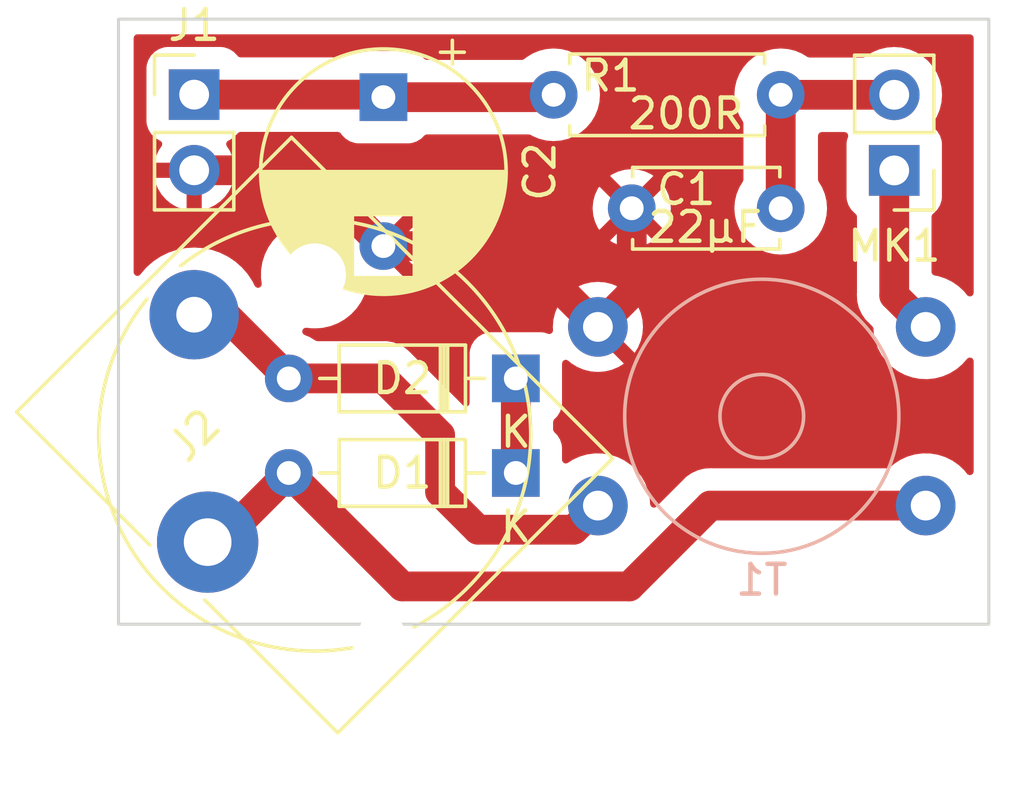
<source format=kicad_pcb>
(kicad_pcb (version 20211014) (generator pcbnew)
  (layers (0 "F.Cu" signal) (31 "B.Cu" signal) (34 "B.Paste" user) (35 "F.Paste" user) (36 "B.SilkS" user "B.Silkscreen") (37 "F.SilkS" user "F.Silkscreen") (38 "B.Mask" user) (39 "F.Mask" user) (44 "Edge.Cuts" user))
  (net 0 "")
  (net 1 "Net-(C1-Pad1)")
  (net 2 "GND")
  (net 3 "Net-(D1-Pad1)")
  (net 4 "Net-(D1-Pad2)")
  (net 5 "Net-(D2-Pad2)")
  (net 6 "Net-(MK1-Pad1)")
  (net 7 "+12V")
  (footprint "Connector_Audio:Jack_6.35mm_Neutrik_NJ2FD-V_Vertical" (layer "F.Cu") (at 42.545 48.025349 45)
    (fp_text reference "J2" (at -2.86 2.86 225) (layer "F.SilkS"))
    (fp_text value "AudioJack2_Ground")
    (fp_line (start -6.52 -1.9) (end -6.52 4.42) (layer "F.SilkS") (width 0.12))
    (fp_line (start 6.52 -1.9) (end 6.52 13.34) (layer "F.SilkS") (width 0.12))
    (fp_line (start -6.52 13.34) (end 6.52 13.34) (layer "F.SilkS") (width 0.12))
    (fp_line (start -6.52 7.02) (end -6.52 13.34) (layer "F.SilkS") (width 0.12))
    (fp_line (start -6.52 -1.9) (end 6.52 -1.9) (layer "F.SilkS") (width 0.12))
    (fp_arc (start 0.84109 -1.482824) (mid 7.089049 7.247578) (end -2.2 12.63) (layer "F.SilkS") (width 0.12))
    (fp_arc (start -4.164153 11.6535) (mid -7.016062 3.897509) (end -0.75 -1.49) (layer "F.SilkS") (width 0.12))
    (pad "" np_thru_hole circle (at -3.18 12.07 225) (size 1.6 1.6) (drill 1.6) (layers *.Cu *.Mask))
    (pad "" np_thru_hole circle (at 3.81 1.91 225) (size 2.1 2.1) (drill 2.1) (layers *.Cu *.Mask))
    (pad "S" thru_hole circle (at -5.08 5.72 225) (size 3.4 3.4) (drill 1.6) (layers *.Cu *.Mask) (net 4 "Net-(D1-Pad2)"))
    (pad "T" thru_hole circle (at 0 0 225) (size 3 3) (drill 1.2) (layers *.Cu *.Mask) (net 5 "Net-(D2-Pad2)"))
  )
  (footprint "Resistor_THT:R_Axial_DIN0207_L6.3mm_D2.5mm_P7.62mm_Horizontal" (layer "F.Cu") (at 62.23 40.64 180)
    (fp_text reference "R1" (at 5.715 0.635) (layer "F.SilkS"))
    (fp_text value "200R" (at 3.175 -0.635 180) (layer "F.SilkS"))
    (fp_line (start 0.54 1.37) (end 7.08 1.37) (layer "F.SilkS") (width 0.12))
    (fp_line (start 0.54 -1.37) (end 7.08 -1.37) (layer "F.SilkS") (width 0.12))
    (fp_line (start 0.54 -1.04) (end 0.54 -1.37) (layer "F.SilkS") (width 0.12))
    (fp_line (start 7.08 -1.37) (end 7.08 -1.04) (layer "F.SilkS") (width 0.12))
    (fp_line (start 0.54 1.04) (end 0.54 1.37) (layer "F.SilkS") (width 0.12))
    (fp_line (start 7.08 1.37) (end 7.08 1.04) (layer "F.SilkS") (width 0.12))
    (pad "1" thru_hole circle (at 0 0 180) (size 1.6 1.6) (drill 0.8) (layers *.Cu *.Mask) (net 1 "Net-(C1-Pad1)"))
    (pad "2" thru_hole oval (at 7.62 0 180) (size 1.6 1.6) (drill 0.8) (layers *.Cu *.Mask) (net 7 "+12V"))
  )
  (footprint "Connector_PinHeader_2.54mm:PinHeader_1x02_P2.54mm_Vertical" (layer "F.Cu") (at 42.545 40.635)
    (fp_text reference "J1" (at 0 -2.33) (layer "F.SilkS"))
    (fp_text value "Barrel_Jack")
    (fp_line (start -1.33 0) (end -1.33 -1.33) (layer "F.SilkS") (width 0.12))
    (fp_line (start -1.33 1.27) (end 1.33 1.27) (layer "F.SilkS") (width 0.12))
    (fp_line (start -1.33 1.27) (end -1.33 3.87) (layer "F.SilkS") (width 0.12))
    (fp_line (start 1.33 1.27) (end 1.33 3.87) (layer "F.SilkS") (width 0.12))
    (fp_line (start -1.33 -1.33) (end 0 -1.33) (layer "F.SilkS") (width 0.12))
    (fp_line (start -1.33 3.87) (end 1.33 3.87) (layer "F.SilkS") (width 0.12))
    (pad "1" thru_hole rect (at 0 0) (size 1.7 1.7) (drill 1) (layers *.Cu *.Mask) (net 7 "+12V"))
    (pad "2" thru_hole oval (at 0 2.54) (size 1.7 1.7) (drill 1) (layers *.Cu *.Mask) (net 2 "GND"))
  )
  (footprint "Diode_THT:D_DO-35_SOD27_P7.62mm_Horizontal" (layer "F.Cu") (at 53.34 53.34 180)
    (fp_text reference "D1" (at 3.81 0) (layer "F.SilkS"))
    (fp_text value "D_Zener")
    (fp_text user "K" (at 0 -1.8) (layer "F.SilkS"))
    (fp_line (start 5.93 1.12) (end 5.93 -1.12) (layer "F.SilkS") (width 0.12))
    (fp_line (start 2.53 -1.12) (end 2.53 1.12) (layer "F.SilkS") (width 0.12))
    (fp_line (start 1.69 1.12) (end 5.93 1.12) (layer "F.SilkS") (width 0.12))
    (fp_line (start 2.29 -1.12) (end 2.29 1.12) (layer "F.SilkS") (width 0.12))
    (fp_line (start 1.69 -1.12) (end 1.69 1.12) (layer "F.SilkS") (width 0.12))
    (fp_line (start 2.41 -1.12) (end 2.41 1.12) (layer "F.SilkS") (width 0.12))
    (fp_line (start 6.58 0) (end 5.93 0) (layer "F.SilkS") (width 0.12))
    (fp_line (start 1.04 0) (end 1.69 0) (layer "F.SilkS") (width 0.12))
    (fp_line (start 5.93 -1.12) (end 1.69 -1.12) (layer "F.SilkS") (width 0.12))
    (pad "1" thru_hole rect (at 0 0 180) (size 1.6 1.6) (drill 0.8) (layers *.Cu *.Mask) (net 3 "Net-(D1-Pad1)"))
    (pad "2" thru_hole oval (at 7.62 0 180) (size 1.6 1.6) (drill 0.8) (layers *.Cu *.Mask) (net 4 "Net-(D1-Pad2)"))
  )
  (footprint "Connector_PinHeader_2.54mm:PinHeader_1x02_P2.54mm_Vertical" (layer "F.Cu") (at 66.04 43.18 180)
    (fp_text reference "MK1" (at 0 -2.54) (layer "F.SilkS"))
    (fp_text value "Microphone")
    (fp_line (start -1.33 1.27) (end 1.33 1.27) (layer "F.SilkS") (width 0.12))
    (fp_line (start -1.33 -1.33) (end 0 -1.33) (layer "F.SilkS") (width 0.12))
    (fp_line (start -1.33 1.27) (end -1.33 3.87) (layer "F.SilkS") (width 0.12))
    (fp_line (start -1.33 0) (end -1.33 -1.33) (layer "F.SilkS") (width 0.12))
    (fp_line (start 1.33 1.27) (end 1.33 3.87) (layer "F.SilkS") (width 0.12))
    (fp_line (start -1.33 3.87) (end 1.33 3.87) (layer "F.SilkS") (width 0.12))
    (pad "1" thru_hole rect (at 0 0 180) (size 1.7 1.7) (drill 1) (layers *.Cu *.Mask) (net 6 "Net-(MK1-Pad1)"))
    (pad "2" thru_hole oval (at 0 2.54 180) (size 1.7 1.7) (drill 1) (layers *.Cu *.Mask) (net 1 "Net-(C1-Pad1)"))
  )
  (footprint "Diode_THT:D_DO-35_SOD27_P7.62mm_Horizontal" (layer "F.Cu") (at 53.34 50.165 180)
    (fp_text reference "D2" (at 3.81 0) (layer "F.SilkS"))
    (fp_text value "D_Zener")
    (fp_text user "K" (at 0 -1.8) (layer "F.SilkS"))
    (fp_line (start 2.53 -1.12) (end 2.53 1.12) (layer "F.SilkS") (width 0.12))
    (fp_line (start 1.69 1.12) (end 5.93 1.12) (layer "F.SilkS") (width 0.12))
    (fp_line (start 5.93 -1.12) (end 1.69 -1.12) (layer "F.SilkS") (width 0.12))
    (fp_line (start 1.04 0) (end 1.69 0) (layer "F.SilkS") (width 0.12))
    (fp_line (start 5.93 1.12) (end 5.93 -1.12) (layer "F.SilkS") (width 0.12))
    (fp_line (start 2.29 -1.12) (end 2.29 1.12) (layer "F.SilkS") (width 0.12))
    (fp_line (start 6.58 0) (end 5.93 0) (layer "F.SilkS") (width 0.12))
    (fp_line (start 1.69 -1.12) (end 1.69 1.12) (layer "F.SilkS") (width 0.12))
    (fp_line (start 2.41 -1.12) (end 2.41 1.12) (layer "F.SilkS") (width 0.12))
    (pad "1" thru_hole rect (at 0 0 180) (size 1.6 1.6) (drill 0.8) (layers *.Cu *.Mask) (net 3 "Net-(D1-Pad1)"))
    (pad "2" thru_hole oval (at 7.62 0 180) (size 1.6 1.6) (drill 0.8) (layers *.Cu *.Mask) (net 5 "Net-(D2-Pad2)"))
  )
  (footprint "Capacitor_THT:C_Disc_D4.7mm_W2.5mm_P5.00mm" (layer "F.Cu") (at 62.23 44.45 180)
    (fp_text reference "C1" (at 3.175 0.635) (layer "F.SilkS"))
    (fp_text value "22µF" (at 2.54 -0.635) (layer "F.SilkS"))
    (fp_line (start 0.03 1.055) (end 0.03 1.37) (layer "F.SilkS") (width 0.12))
    (fp_line (start 0.03 1.37) (end 4.97 1.37) (layer "F.SilkS") (width 0.12))
    (fp_line (start 4.97 -1.37) (end 4.97 -1.055) (layer "F.SilkS") (width 0.12))
    (fp_line (start 0.03 -1.37) (end 4.97 -1.37) (layer "F.SilkS") (width 0.12))
    (fp_line (start 4.97 1.055) (end 4.97 1.37) (layer "F.SilkS") (width 0.12))
    (fp_line (start 0.03 -1.37) (end 0.03 -1.055) (layer "F.SilkS") (width 0.12))
    (pad "1" thru_hole circle (at 0 0 180) (size 1.6 1.6) (drill 0.8) (layers *.Cu *.Mask) (net 1 "Net-(C1-Pad1)"))
    (pad "2" thru_hole circle (at 5 0 180) (size 1.6 1.6) (drill 0.8) (layers *.Cu *.Mask) (net 2 "GND"))
  )
  (footprint "Capacitor_THT:CP_Radial_D8.0mm_P5.00mm" (layer "F.Cu") (at 48.895 40.72 -90)
    (fp_text reference "C2" (at 2.5 -5.25 90) (layer "F.SilkS"))
    (fp_text value "200µF")
    (fp_line (start 3.301 -4.002) (end 3.301 4.002) (layer "F.SilkS") (width 0.12))
    (fp_line (start 5.021 -3.22) (end 5.021 -1.04) (layer "F.SilkS") (width 0.12))
    (fp_line (start 3.861 -3.85) (end 3.861 3.85) (layer "F.SilkS") (width 0.12))
    (fp_line (start 5.781 -2.454) (end 5.781 -1.04) (layer "F.SilkS") (width 0.12))
    (fp_line (start 4.981 -3.25) (end 4.981 -1.04) (layer "F.SilkS") (width 0.12))
    (fp_line (start 6.221 -1.731) (end 6.221 1.731) (layer "F.SilkS") (width 0.12))
    (fp_line (start 5.301 1.04) (end 5.301 2.983) (layer "F.SilkS") (width 0.12))
    (fp_line (start 4.381 -3.627) (end 4.381 -1.04) (layer "F.SilkS") (width 0.12))
    (fp_line (start 2.5 -4.08) (end 2.5 4.08) (layer "F.SilkS") (width 0.12))
    (fp_line (start 5.421 1.04) (end 5.421 2.867) (layer "F.SilkS") (width 0.12))
    (fp_line (start 6.581 -0.533) (end 6.581 0.533) (layer "F.SilkS") (width 0.12))
    (fp_line (start 3.941 -3.821) (end 3.941 3.821) (layer "F.SilkS") (width 0.12))
    (fp_line (start 3.621 -3.925) (end 3.621 3.925) (layer "F.SilkS") (width 0.12))
    (fp_line (start 4.661 -3.469) (end 4.661 -1.04) (layer "F.SilkS") (width 0.12))
    (fp_line (start 5.901 -2.287) (end 5.901 -1.04) (layer "F.SilkS") (width 0.12))
    (fp_line (start 5.341 1.04) (end 5.341 2.945) (layer "F.SilkS") (width 0.12))
    (fp_line (start 3.581 -3.936) (end 3.581 3.936) (layer "F.SilkS") (width 0.12))
    (fp_line (start 2.78 -4.071) (end 2.78 4.071) (layer "F.SilkS") (width 0.12))
    (fp_line (start 4.501 1.04) (end 4.501 3.562) (layer "F.SilkS") (width 0.12))
    (fp_line (start 5.501 1.04) (end 5.501 2.784) (layer "F.SilkS") (width 0.12))
    (fp_line (start 3.461 -3.967) (end 3.461 3.967) (layer "F.SilkS") (width 0.12))
    (fp_line (start 4.061 -3.774) (end 4.061 -1.04) (layer "F.SilkS") (width 0.12))
    (fp_line (start 3.18 -4.024) (end 3.18 4.024) (layer "F.SilkS") (width 0.12))
    (fp_line (start 5.061 1.04) (end 5.061 3.189) (layer "F.SilkS") (width 0.12))
    (fp_line (start 4.661 1.04) (end 4.661 3.469) (layer "F.SilkS") (width 0.12))
    (fp_line (start 4.261 -3.686) (end 4.261 -1.04) (layer "F.SilkS") (width 0.12))
    (fp_line (start 4.461 1.04) (end 4.461 3.584) (layer "F.SilkS") (width 0.12))
    (fp_line (start 3.981 -3.805) (end 3.981 -1.04) (layer "F.SilkS") (width 0.12))
    (fp_line (start 6.101 -1.964) (end 6.101 1.964) (layer "F.SilkS") (width 0.12))
    (fp_line (start 3.741 -3.889) (end 3.741 3.889) (layer "F.SilkS") (width 0.12))
    (fp_line (start 5.661 -2.604) (end 5.661 -1.04) (layer "F.SilkS") (width 0.12))
    (fp_line (start 3.661 -3.914) (end 3.661 3.914) (layer "F.SilkS") (width 0.12))
    (fp_line (start 4.341 1.04) (end 4.341 3.647) (layer "F.SilkS") (width 0.12))
    (fp_line (start 5.781 1.04) (end 5.781 2.454) (layer "F.SilkS") (width 0.12))
    (fp_line (start 3.781 -3.877) (end 3.781 3.877) (layer "F.SilkS") (width 0.12))
    (fp_line (start 5.381 1.04) (end 5.381 2.907) (layer "F.SilkS") (width 0.12))
    (fp_line (start 5.821 1.04) (end 5.821 2.4) (layer "F.SilkS") (width 0.12))
    (fp_line (start 4.901 1.04) (end 4.901 3.309) (layer "F.SilkS") (width 0.12))
    (fp_line (start 4.221 1.04) (end 4.221 3.704) (layer "F.SilkS") (width 0.12))
    (fp_line (start 4.021 1.04) (end 4.021 3.79) (layer "F.SilkS") (width 0.12))
    (fp_line (start 6.141 -1.89) (end 6.141 1.89) (layer "F.SilkS") (width 0.12))
    (fp_line (start 5.461 -2.826) (end 5.461 -1.04) (layer "F.SilkS") (width 0.12))
    (fp_line (start 5.861 1.04) (end 5.861 2.345) (layer "F.SilkS") (width 0.12))
    (fp_line (start 5.581 -2.697) (end 5.581 -1.04) (layer "F.SilkS") (width 0.12))
    (fp_line (start 5.341 -2.945) (end 5.341 -1.04) (layer "F.SilkS") (width 0.12))
    (fp_line (start 5.901 1.04) (end 5.901 2.287) (layer "F.SilkS") (width 0.12))
    (fp_line (start 5.621 1.04) (end 5.621 2.651) (layer "F.SilkS") (width 0.12))
    (fp_line (start 3.02 -4.048) (end 3.02 4.048) (layer "F.SilkS") (width 0.12))
    (fp_line (start 5.621 -2.651) (end 5.621 -1.04) (layer "F.SilkS") (width 0.12))
    (fp_line (start 3.381 -3.985) (end 3.381 3.985) (layer "F.SilkS") (width 0.12))
    (fp_line (start 6.341 -1.453) (end 6.341 1.453) (layer "F.SilkS") (width 0.12))
    (fp_line (start 5.181 -3.09) (end 5.181 -1.04) (layer "F.SilkS") (width 0.12))
    (fp_line (start 4.981 1.04) (end 4.981 3.25) (layer "F.SilkS") (width 0.12))
    (fp_line (start 5.101 1.04) (end 5.101 3.156) (layer "F.SilkS") (width 0.12))
    (fp_line (start 2.94 -4.057) (end 2.94 4.057) (layer "F.SilkS") (width 0.12))
    (fp_line (start 5.421 -2.867) (end 5.421 -1.04) (layer "F.SilkS") (width 0.12))
    (fp_line (start 3.701 -3.902) (end 3.701 3.902) (layer "F.SilkS") (width 0.12))
    (fp_line (start 4.541 -3.54) (end 4.541 -1.04) (layer "F.SilkS") (width 0.12))
    (fp_line (start 6.461 -1.098) (end 6.461 1.098) (layer "F.SilkS") (width 0.12))
    (fp_line (start -1.509698 -2.715) (end -1.509698 -1.915) (layer "F.SilkS") (width 0.12))
    (fp_line (start 3.221 -4.017) (end 3.221 4.017) (layer "F.SilkS") (width 0.12))
    (fp_line (start 4.701 -3.444) (end 4.701 -1.04) (layer "F.SilkS") (width 0.12))
    (fp_line (start 6.541 -0.768) (end 6.541 0.768) (layer "F.SilkS") (width 0.12))
    (fp_line (start 5.661 1.04) (end 5.661 2.604) (layer "F.SilkS") (width 0.12))
    (fp_line (start 4.301 1.04) (end 4.301 3.666) (layer "F.SilkS") (width 0.12))
    (fp_line (start 4.181 1.04) (end 4.181 3.722) (layer "F.SilkS") (width 0.12))
    (fp_line (start 5.981 -2.166) (end 5.981 -1.04) (layer "F.SilkS") (width 0.12))
    (fp_line (start 6.061 -2.034) (end 6.061 2.034) (layer "F.SilkS") (width 0.12))
    (fp_line (start 4.261 1.04) (end 4.261 3.686) (layer "F.SilkS") (width 0.12))
    (fp_line (start 4.701 1.04) (end 4.701 3.444) (layer "F.SilkS") (width 0.12))
    (fp_line (start 5.501 -2.784) (end 5.501 -1.04) (layer "F.SilkS") (width 0.12))
    (fp_line (start 4.461 -3.584) (end 4.461 -1.04) (layer "F.SilkS") (width 0.12))
    (fp_line (start 2.86 -4.065) (end 2.86 4.065) (layer "F.SilkS") (width 0.12))
    (fp_line (start 4.781 -3.392) (end 4.781 -1.04) (layer "F.SilkS") (width 0.12))
    (fp_line (start 6.021 -2.102) (end 6.021 -1.04) (layer "F.SilkS") (width 0.12))
    (fp_line (start 3.261 -4.01) (end 3.261 4.01) (layer "F.SilkS") (width 0.12))
    (fp_line (start 4.861 1.04) (end 4.861 3.338) (layer "F.SilkS") (width 0.12))
    (fp_line (start 3.421 -3.976) (end 3.421 3.976) (layer "F.SilkS") (width 0.12))
    (fp_line (start 5.821 -2.4) (end 5.821 -1.04) (layer "F.SilkS") (width 0.12))
    (fp_line (start 4.781 1.04) (end 4.781 3.392) (layer "F.SilkS") (width 0.12))
    (fp_line (start 5.741 1.04) (end 5.741 2.505) (layer "F.SilkS") (width 0.12))
    (fp_line (start 4.861 -3.338) (end 4.861 -1.04) (layer "F.SilkS") (width 0.12))
    (fp_line (start 5.061 -3.189) (end 5.061 -1.04) (layer "F.SilkS") (width 0.12))
    (fp_line (start 3.06 -4.042) (end 3.06 4.042) (layer "F.SilkS") (width 0.12))
    (fp_line (start 5.941 1.04) (end 5.941 2.228) (layer "F.SilkS") (width 0.12))
    (fp_line (start 4.421 -3.606) (end 4.421 -1.04) (layer "F.SilkS") (width 0.12))
    (fp_line (start 5.381 -2.907) (end 5.381 -1.04) (layer "F.SilkS") (width 0.12))
    (fp_line (start 4.501 -3.562) (end 4.501 -1.04) (layer "F.SilkS") (width 0.12))
    (fp_line (start 5.101 -3.156) (end 5.101 -1.04) (layer "F.SilkS") (width 0.12))
    (fp_line (start 6.021 1.04) (end 6.021 2.102) (layer "F.SilkS") (width 0.12))
    (fp_line (start 2.98 -4.052) (end 2.98 4.052) (layer "F.SilkS") (width 0.12))
    (fp_line (start 5.021 1.04) (end 5.021 3.22) (layer "F.SilkS") (width 0.12))
    (fp_line (start 4.221 -3.704) (end 4.221 -1.04) (layer "F.SilkS") (width 0.12))
    (fp_line (start 3.341 -3.994) (end 3.341 3.994) (layer "F.SilkS") (width 0.12))
    (fp_line (start 2.62 -4.079) (end 2.62 4.079) (layer "F.SilkS") (width 0.12))
    (fp_line (start 2.58 -4.08) (end 2.58 4.08) (layer "F.SilkS") (width 0.12))
    (fp_line (start 4.821 -3.365) (end 4.821 -1.04) (layer "F.SilkS") (width 0.12))
    (fp_line (start 4.941 1.04) (end 4.941 3.28) (layer "F.SilkS") (width 0.12))
    (fp_line (start 4.021 -3.79) (end 4.021 -1.04) (layer "F.SilkS") (width 0.12))
    (fp_line (start 5.981 1.04) (end 5.981 2.166) (layer "F.SilkS") (width 0.12))
    (fp_line (start 4.141 1.04) (end 4.141 3.74) (layer "F.SilkS") (width 0.12))
    (fp_line (start 6.181 -1.813) (end 6.181 1.813) (layer "F.SilkS") (width 0.12))
    (fp_line (start 5.221 -3.055) (end 5.221 -1.04) (layer "F.SilkS") (width 0.12))
    (fp_line (start 2.7 -4.076) (end 2.7 4.076) (layer "F.SilkS") (width 0.12))
    (fp_line (start 4.621 1.04) (end 4.621 3.493) (layer "F.SilkS") (width 0.12))
    (fp_line (start 5.141 1.04) (end 5.141 3.124) (layer "F.SilkS") (width 0.12))
    (fp_line (start 5.701 1.04) (end 5.701 2.556) (layer "F.SilkS") (width 0.12))
    (fp_line (start 3.1 -4.037) (end 3.1 4.037) (layer "F.SilkS") (width 0.12))
    (fp_line (start 4.541 1.04) (end 4.541 3.54) (layer "F.SilkS") (width 0.12))
    (fp_line (start 4.381 1.04) (end 4.381 3.627) (layer "F.SilkS") (width 0.12))
    (fp_line (start 5.221 1.04) (end 5.221 3.055) (layer "F.SilkS") (width 0.12))
    (fp_line (start 4.941 -3.28) (end 4.941 -1.04) (layer "F.SilkS") (width 0.12))
    (fp_line (start 3.821 -3.863) (end 3.821 3.863) (layer "F.SilkS") (width 0.12))
    (fp_line (start 4.621 -3.493) (end 4.621 -1.04) (layer "F.SilkS") (width 0.12))
    (fp_line (start 5.261 -3.019) (end 5.261 -1.04) (layer "F.SilkS") (width 0.12))
    (fp_line (start 4.061 1.04) (end 4.061 3.774) (layer "F.SilkS") (width 0.12))
    (fp_line (start 3.901 -3.835) (end 3.901 3.835) (layer "F.SilkS") (width 0.12))
    (fp_line (start 3.981 1.04) (end 3.981 3.805) (layer "F.SilkS") (width 0.12))
    (fp_line (start 6.501 -0.948) (end 6.501 0.948) (layer "F.SilkS") (width 0.12))
    (fp_line (start 4.901 -3.309) (end 4.901 -1.04) (layer "F.SilkS") (width 0.12))
    (fp_line (start 3.541 -3.947) (end 3.541 3.947) (layer "F.SilkS") (width 0.12))
    (fp_line (start 5.941 -2.228) (end 5.941 -1.04) (layer "F.SilkS") (width 0.12))
    (fp_line (start 5.581 1.04) (end 5.581 2.697) (layer "F.SilkS") (width 0.12))
    (fp_line (start 4.141 -3.74) (end 4.141 -1.04) (layer "F.SilkS") (width 0.12))
    (fp_line (start 6.301 -1.552) (end 6.301 1.552) (layer "F.SilkS") (width 0.12))
    (fp_line (start 2.54 -4.08) (end 2.54 4.08) (layer "F.SilkS") (width 0.12))
    (fp_line (start 4.301 -3.666) (end 4.301 -1.04) (layer "F.SilkS") (width 0.12))
    (fp_line (start 5.261 1.04) (end 5.261 3.019) (layer "F.SilkS") (width 0.12))
    (fp_line (start 3.14 -4.03) (end 3.14 4.03) (layer "F.SilkS") (width 0.12))
    (fp_line (start 2.66 -4.077) (end 2.66 4.077) (layer "F.SilkS") (width 0.12))
    (fp_line (start 2.74 -4.074) (end 2.74 4.074) (layer "F.SilkS") (width 0.12))
    (fp_line (start 4.821 1.04) (end 4.821 3.365) (layer "F.SilkS") (width 0.12))
    (fp_line (start 2.82 -4.068) (end 2.82 4.068) (layer "F.SilkS") (width 0.12))
    (fp_line (start 4.101 1.04) (end 4.101 3.757) (layer "F.SilkS") (width 0.12))
    (fp_line (start 4.341 -3.647) (end 4.341 -1.04) (layer "F.SilkS") (width 0.12))
    (fp_line (start 4.101 -3.757) (end 4.101 -1.04) (layer "F.SilkS") (width 0.12))
    (fp_line (start 6.261 -1.645) (end 6.261 1.645) (layer "F.SilkS") (width 0.12))
    (fp_line (start 2.9 -4.061) (end 2.9 4.061) (layer "F.SilkS") (width 0.12))
    (fp_line (start 5.461 1.04) (end 5.461 2.826) (layer "F.SilkS") (width 0.12))
    (fp_line (start 4.581 -3.517) (end 4.581 -1.04) (layer "F.SilkS") (width 0.12))
    (fp_line (start 5.181 1.04) (end 5.181 3.09) (layer "F.SilkS") (width 0.12))
    (fp_line (start 4.181 -3.722) (end 4.181 -1.04) (layer "F.SilkS") (width 0.12))
    (fp_line (start 4.421 1.04) (end 4.421 3.606) (layer "F.SilkS") (width 0.12))
    (fp_line (start 4.741 -3.418) (end 4.741 -1.04) (layer "F.SilkS") (width 0.12))
    (fp_line (start 5.701 -2.556) (end 5.701 -1.04) (layer "F.SilkS") (width 0.12))
    (fp_line (start 6.381 -1.346) (end 6.381 1.346) (layer "F.SilkS") (width 0.12))
    (fp_line (start -1.909698 -2.315) (end -1.109698 -2.315) (layer "F.SilkS") (width 0.12))
    (fp_line (start 5.541 1.04) (end 5.541 2.741) (layer "F.SilkS") (width 0.12))
    (fp_line (start 4.741 1.04) (end 4.741 3.418) (layer "F.SilkS") (width 0.12))
    (fp_line (start 3.501 -3.957) (end 3.501 3.957) (layer "F.SilkS") (width 0.12))
    (fp_line (start 6.421 -1.229) (end 6.421 1.229) (layer "F.SilkS") (width 0.12))
    (fp_line (start 5.301 -2.983) (end 5.301 -1.04) (layer "F.SilkS") (width 0.12))
    (fp_line (start 4.581 1.04) (end 4.581 3.517) (layer "F.SilkS") (width 0.12))
    (fp_line (start 5.741 -2.505) (end 5.741 -1.04) (layer "F.SilkS") (width 0.12))
    (fp_line (start 5.541 -2.741) (end 5.541 -1.04) (layer "F.SilkS") (width 0.12))
    (fp_line (start 5.861 -2.345) (end 5.861 -1.04) (layer "F.SilkS") (width 0.12))
    (fp_line (start 5.141 -3.124) (end 5.141 -1.04) (layer "F.SilkS") (width 0.12))
    (fp_circle (center 2.5 0) (end 6.62 0) (layer "F.SilkS") (width 0.12) (fill none))
    (pad "1" thru_hole rect (at 0 0 270) (size 1.6 1.6) (drill 0.8) (layers *.Cu *.Mask) (net 7 "+12V"))
    (pad "2" thru_hole circle (at 5 0 270) (size 1.6 1.6) (drill 0.8) (layers *.Cu *.Mask) (net 2 "GND"))
  )
  (footprint "Transformer_THT:Transformer_Toroid_Horizontal_D9.0mm_Amidon-T30" (layer "B.Cu") (at 56.095 48.435)
    (fp_text reference "T1" (at 5.5 8.5) (layer "B.SilkS") (effects (justify mirror)))
    (fp_text value "Transformer_1P_1S")
    (fp_circle (center 5.5 3) (end 10.1 3.1) (layer "B.SilkS") (width 0.12) (fill none))
    (fp_circle (center 5.5 3) (end 6.9 3.1) (layer "B.SilkS") (width 0.12) (fill none))
    (pad "1" thru_hole circle (at 0 0) (size 2 2) (drill 1) (layers *.Cu *.Mask) (net 2 "GND"))
    (pad "2" thru_hole circle (at 11 0) (size 2 2) (drill 1) (layers *.Cu *.Mask) (net 6 "Net-(MK1-Pad1)"))
    (pad "3" thru_hole circle (at 0 6) (size 2 2) (drill 1) (layers *.Cu *.Mask) (net 5 "Net-(D2-Pad2)"))
    (pad "4" thru_hole circle (at 11 6) (size 2 2) (drill 1) (layers *.Cu *.Mask) (net 4 "Net-(D1-Pad2)"))
  )
  (gr_rect (start 40.005 38.1) (end 69.215 58.42) (layer "Edge.Cuts") (width 0.1) (fill none))
  (segment (start 62.23 40.64) (end 66.04 40.64) (width 1) (layer "F.Cu") (net 1))
  (segment (start 62.23 40.64) (end 62.23 44.45) (width 1) (layer "F.Cu") (net 1))
  (segment (start 57.23 47.3) (end 56.095 48.435) (width 1) (layer "F.Cu") (net 2))
  (segment (start 57.23 44.45) (end 57.23 47.3) (width 1) (layer "F.Cu") (net 2))
  (segment (start 42.545 43.175) (end 46.35 43.175) (width 1) (layer "F.Cu") (net 2))
  (segment (start 46.35 43.175) (end 48.895 45.72) (width 1) (layer "F.Cu") (net 2))
  (segment (start 53.38 45.72) (end 56.095 48.435) (width 1) (layer "F.Cu") (net 2))
  (segment (start 48.895 45.72) (end 53.38 45.72) (width 1) (layer "F.Cu") (net 2))
  (segment (start 53.34 50.165) (end 53.34 53.34) (width 1) (layer "F.Cu") (net 3))
  (segment (start 67.095 54.435) (end 59.865 54.435) (width 1) (layer "F.Cu") (net 4))
  (segment (start 59.865 54.435) (end 57.15 57.15) (width 1) (layer "F.Cu") (net 4))
  (segment (start 42.997548 55.662102) (end 43.397898 55.662102) (width 1) (layer "F.Cu") (net 4))
  (segment (start 43.397898 55.662102) (end 45.72 53.34) (width 1) (layer "F.Cu") (net 4))
  (segment (start 49.53 57.15) (end 45.72 53.34) (width 1) (layer "F.Cu") (net 4))
  (segment (start 57.15 57.15) (end 49.53 57.15) (width 1) (layer "F.Cu") (net 4))
  (segment (start 55.285 55.245) (end 56.095 54.435) (width 1) (layer "F.Cu") (net 5))
  (segment (start 45.72 50.165) (end 48.895 50.165) (width 1) (layer "F.Cu") (net 5))
  (segment (start 50.8 53.975) (end 52.07 55.245) (width 1) (layer "F.Cu") (net 5))
  (segment (start 50.8 52.07) (end 50.8 53.975) (width 1) (layer "F.Cu") (net 5))
  (segment (start 48.895 50.165) (end 50.8 52.07) (width 1) (layer "F.Cu") (net 5))
  (segment (start 42.545 48.025349) (end 43.580349 48.025349) (width 1) (layer "F.Cu") (net 5))
  (segment (start 52.07 55.245) (end 55.285 55.245) (width 1) (layer "F.Cu") (net 5))
  (segment (start 43.580349 48.025349) (end 45.72 50.165) (width 1) (layer "F.Cu") (net 5))
  (segment (start 66.04 47.38) (end 67.095 48.435) (width 1) (layer "F.Cu") (net 6))
  (segment (start 66.04 43.18) (end 66.04 47.38) (width 1) (layer "F.Cu") (net 6))
  (segment (start 42.545 40.635) (end 48.81 40.635) (width 1) (layer "F.Cu") (net 7))
  (segment (start 48.81 40.635) (end 48.895 40.72) (width 1) (layer "F.Cu") (net 7))
  (segment (start 54.53 40.72) (end 54.61 40.64) (width 1) (layer "F.Cu") (net 7))
  (segment (start 48.895 40.72) (end 54.53 40.72) (width 1) (layer "F.Cu") (net 7))
  (zone (net 2) (net_name "GND") (layer "F.Cu") (connect_pads (clearance 0.508)) (min_thickness 0.254) (fill yes (thermal_gap 0.508) (thermal_bridge_width 0.508))
    (polygon (pts (xy 69.215 58.42) (xy 40.005 58.42) (xy 40.005 38.1) (xy 69.215 38.1)))
  )
)
</source>
